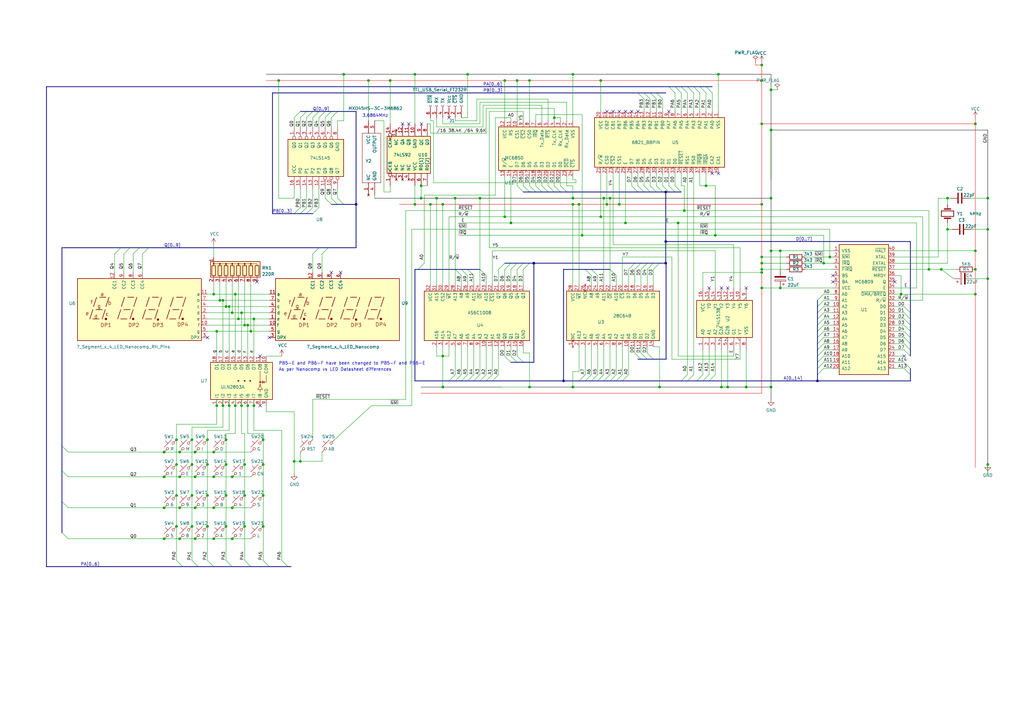
<source format=kicad_sch>
(kicad_sch (version 20211123) (generator eeschema)
  (paper "A3")
  (title_block (title "Nanocomp 6809 (Wireless World July 1981)") (date "2022-11-01") (rev "2.00") (company "Breadboarding Labs"))
  (junction (at 181.61 83.82))
  (junction (at 91.44 166.37))
  (junction (at 273.05 78.74))
  (junction (at 99.06 128.27))
  (junction (at 254 83.82))
  (junction (at 312.42 107.95))
  (junction (at 170.18 30.48))
  (junction (at 85.09 203.2))
  (junction (at 104.14 166.37))
  (junction (at 381 110.49))
  (junction (at 107.95 215.9))
  (junction (at 234.95 30.48))
  (junction (at 88.9 135.89))
  (junction (at 405.13 81.28))
  (junction (at 218.9165 107.95))
  (junction (at 73.66 208.28))
  (junction (at 405.13 94.0739))
  (junction (at 92.71 215.9))
  (junction (at 212.09 33.02))
  (junction (at 95.25 208.28))
  (junction (at 320.04 102.87))
  (junction (at 400.05 110.49))
  (junction (at 217.17 33.02))
  (junction (at 73.66 185.42))
  (junction (at 172.72 81.28))
  (junction (at 99.06 166.37))
  (junction (at 256.54 91.44))
  (junction (at 140.97 30.48))
  (junction (at 218.9474 107.95))
  (junction (at 151.13 33.02))
  (junction (at 248.92 83.82))
  (junction (at 278.13 91.44))
  (junction (at 78.74 215.9))
  (junction (at 72.39 190.5))
  (junction (at 67.31 220.98))
  (junction (at 107.95 203.2))
  (junction (at 92.71 125.73))
  (junction (at 270.51 158.75))
  (junction (at 316.23 158.75))
  (junction (at 312.42 50.8))
  (junction (at 181.61 158.75))
  (junction (at 316.23 102.87))
  (junction (at 72.39 203.2))
  (junction (at 78.74 190.5))
  (junction (at 78.74 180.34))
  (junction (at 250.19 81.28))
  (junction (at 400.05 50.8))
  (junction (at 295.91 158.75))
  (junction (at 306.07 158.75))
  (junction (at 100.33 215.9))
  (junction (at 388.62 94.0739))
  (junction (at 67.31 195.58))
  (junction (at 207.01 33.02))
  (junction (at 95.25 128.27))
  (junction (at 293.37 96.52))
  (junction (at 73.66 195.58))
  (junction (at 85.09 180.34))
  (junction (at 289.56 76.2))
  (junction (at 181.61 146.05))
  (junction (at 316.23 81.28))
  (junction (at 400.05 120.65))
  (junction (at 170.18 83.82))
  (junction (at 186.69 81.28))
  (junction (at 386.08 110.49))
  (junction (at 273.05 107.95))
  (junction (at 67.31 208.28))
  (junction (at 92.71 180.34))
  (junction (at 312.42 105.41))
  (junction (at 80.01 185.42))
  (junction (at 388.62 81.28))
  (junction (at 72.39 215.9))
  (junction (at 209.55 91.44))
  (junction (at 93.98 125.73))
  (junction (at 146.05 83.82))
  (junction (at 85.09 190.5))
  (junction (at 227.33 48.26))
  (junction (at 400.05 102.87))
  (junction (at 85.09 215.9))
  (junction (at 312.42 26.67))
  (junction (at 280.67 86.36))
  (junction (at 102.87 135.89))
  (junction (at 87.63 195.58))
  (junction (at 97.79 130.81))
  (junction (at 369.57 120.65))
  (junction (at 87.63 185.42))
  (junction (at 100.33 203.2))
  (junction (at 95.25 195.58))
  (junction (at 176.53 83.82))
  (junction (at 72.39 180.34))
  (junction (at 80.01 220.98))
  (junction (at 93.98 166.37))
  (junction (at 104.14 130.81))
  (junction (at 340.36 105.41))
  (junction (at 405.13 190.5))
  (junction (at 78.74 203.2))
  (junction (at 87.63 220.98))
  (junction (at 337.82 107.95))
  (junction (at 191.77 30.48))
  (junction (at 196.85 81.28))
  (junction (at 160.02 33.02))
  (junction (at 101.6 133.35))
  (junction (at 316.23 53.34))
  (junction (at 234.95 158.75))
  (junction (at 234.95 81.28))
  (junction (at 405.13 114.3))
  (junction (at 217.17 158.75))
  (junction (at 246.38 88.9))
  (junction (at 273.05 99.06))
  (junction (at 92.71 190.5))
  (junction (at 316.23 36.83))
  (junction (at 123.19 189.23))
  (junction (at 246.38 33.02))
  (junction (at 172.72 76.2))
  (junction (at 298.45 158.75))
  (junction (at 95.25 220.98))
  (junction (at 237.49 83.82))
  (junction (at 231.14 156.21))
  (junction (at 96.52 120.65))
  (junction (at 107.95 190.5))
  (junction (at 96.52 166.37))
  (junction (at 88.9 166.37))
  (junction (at 80.01 195.58))
  (junction (at 87.63 208.28))
  (junction (at 312.42 110.49))
  (junction (at 100.33 133.35))
  (junction (at 67.31 185.42))
  (junction (at 312.42 33.02))
  (junction (at 120.65 189.23))
  (junction (at 92.71 203.2))
  (junction (at 207.01 88.9))
  (junction (at 80.01 208.28))
  (junction (at 320.04 118.11))
  (junction (at 247.65 81.28))
  (junction (at 312.42 118.11))
  (junction (at 100.33 190.5))
  (junction (at 234.95 83.82))
  (junction (at 335.28 156.21))
  (junction (at 101.6 166.37))
  (junction (at 238.76 96.52))
  (junction (at 312.42 83.82))
  (junction (at 87.63 120.65))
  (junction (at 107.95 180.34))
  (junction (at 91.44 123.19))
  (junction (at 312.42 111.76))
  (junction (at 179.07 81.28))
  (junction (at 114.3 33.02))
  (junction (at 294.64 30.48))
  (junction (at 90.17 123.19))
  (junction (at 73.66 220.98))
  (no_connect (at 105.41 115.57))
  (no_connect (at 139.7 111.76))
  (no_connect (at 341.63 115.57))
  (no_connect (at 341.63 113.03))
  (no_connect (at 295.91 118.11))
  (no_connect (at 290.83 118.11))
  (no_connect (at 306.07 118.11))
  (no_connect (at 298.45 118.11))
  (no_connect (at 248.92 45.72))
  (no_connect (at 251.46 45.72))
  (no_connect (at 254 45.72))
  (no_connect (at 259.08 45.72))
  (no_connect (at 256.54 45.72))
  (no_connect (at 261.62 45.72))
  (no_connect (at 274.32 45.72))
  (no_connect (at 294.64 71.12))
  (no_connect (at 292.1 71.12))
  (no_connect (at 370.84 146.05))
  (no_connect (at 106.68 166.37))
  (no_connect (at 110.49 138.43))
  (no_connect (at 184.15 48.26))
  (no_connect (at 135.89 111.76))
  (no_connect (at 367.03 115.57))
  (no_connect (at 106.68 146.05))
  (no_connect (at 165.1 50.8))
  (no_connect (at 167.64 50.8))
  (no_connect (at 172.86 50.8))
  (no_connect (at 85.09 138.43))
  (bus_entry (at 25.4 218.44) (size 2.54 2.54))
  (bus_entry (at 25.4 182.88) (size 2.54 2.54))
  (bus_entry (at 25.4 193.04) (size 2.54 2.54))
  (bus_entry (at 25.4 205.74) (size 2.54 2.54))
  (bus_entry (at 81.28 232.41) (size -2.54 -2.54))
  (bus_entry (at 133.35 81.28) (size 2.54 2.54))
  (bus_entry (at 135.89 81.28) (size 2.54 2.54))
  (bus_entry (at 138.43 81.28) (size 2.54 2.54))
  (bus_entry (at 370.84 135.89) (size 2.54 2.54))
  (bus_entry (at 217.17 76.2) (size 2.54 2.54))
  (bus_entry (at 370.84 128.27) (size 2.54 2.54))
  (bus_entry (at 292.1 38.1) (size -2.54 -2.54))
  (bus_entry (at 289.56 38.1) (size -2.54 -2.54))
  (bus_entry (at 287.02 38.1) (size -2.54 -2.54))
  (bus_entry (at 284.48 38.1) (size -2.54 -2.54))
  (bus_entry (at 281.94 38.1) (size -2.54 -2.54))
  (bus_entry (at 279.4 38.1) (size -2.54 -2.54))
  (bus_entry (at 276.86 38.1) (size -2.54 -2.54))
  (bus_entry (at 335.28 133.35) (size 2.54 -2.54))
  (bus_entry (at 335.28 128.27) (size 2.54 -2.54))
  (bus_entry (at 95.25 232.41) (size -2.54 -2.54))
  (bus_entry (at 288.29 156.21) (size 2.54 -2.54))
  (bus_entry (at 285.75 156.21) (size 2.54 -2.54))
  (bus_entry (at 212.09 76.2) (size 2.54 2.54))
  (bus_entry (at 370.84 130.81) (size 2.54 2.54))
  (bus_entry (at 335.28 140.97) (size 2.54 -2.54))
  (bus_entry (at 224.79 76.2) (size 2.54 2.54))
  (bus_entry (at 173.99 107.95) (size -2.54 2.54))
  (bus_entry (at 194.31 113.03) (size -2.54 -2.54))
  (bus_entry (at 118.11 232.41) (size -2.54 -2.54))
  (bus_entry (at 335.28 151.13) (size 2.54 -2.54))
  (bus_entry (at 370.84 143.51) (size 2.54 2.54))
  (bus_entry (at 281.94 156.21) (size 2.54 -2.54))
  (bus_entry (at 128.27 87.63) (size 2.54 -2.54))
  (bus_entry (at 370.84 138.43) (size 2.54 2.54))
  (bus_entry (at 219.71 76.2) (size 2.54 2.54))
  (bus_entry (at 74.93 232.41) (size -2.54 -2.54))
  (bus_entry (at 199.39 113.03) (size -2.54 -2.54))
  (bus_entry (at 222.25 76.2) (size 2.54 2.54))
  (bus_entry (at 191.77 113.03) (size -2.54 -2.54))
  (bus_entry (at 264.16 40.64) (size -2.54 -2.54))
  (bus_entry (at 266.7 40.64) (size -2.54 -2.54))
  (bus_entry (at 269.24 40.64) (size -2.54 -2.54))
  (bus_entry (at 271.78 40.64) (size -2.54 -2.54))
  (bus_entry (at 335.28 146.05) (size 2.54 -2.54))
  (bus_entry (at 189.23 113.03) (size -2.54 -2.54))
  (bus_entry (at 46.99 104.14) (size 2.54 -2.54))
  (bus_entry (at 58.42 104.14) (size 2.54 -2.54))
  (bus_entry (at 50.8 104.14) (size 2.54 -2.54))
  (bus_entry (at 54.61 104.14) (size 2.54 -2.54))
  (bus_entry (at 128.27 104.14) (size 2.54 -2.54))
  (bus_entry (at 132.08 104.14) (size 2.54 -2.54))
  (bus_entry (at 335.28 138.43) (size 2.54 -2.54))
  (bus_entry (at 370.84 148.59) (size 2.54 2.54))
  (bus_entry (at 370.84 151.13) (size 2.54 2.54))
  (bus_entry (at 87.63 232.41) (size -2.54 -2.54))
  (bus_entry (at 370.84 133.35) (size 2.54 2.54))
  (bus_entry (at 257.81 153.67) (size -2.54 2.54))
  (bus_entry (at 125.73 87.63) (size 2.54 -2.54))
  (bus_entry (at 335.28 135.89) (size 2.54 -2.54))
  (bus_entry (at 120.65 48.26) (size 2.54 -2.54))
  (bus_entry (at 123.19 48.26) (size 2.54 -2.54))
  (bus_entry (at 135.89 48.26) (size 2.54 -2.54))
  (bus_entry (at 133.35 48.26) (size 2.54 -2.54))
  (bus_entry (at 125.73 48.26) (size 2.54 -2.54))
  (bus_entry (at 128.27 48.26) (size 2.54 -2.54))
  (bus_entry (at 130.81 48.26) (size 2.54 -2.54))
  (bus_entry (at 242.57 110.49) (size 2.54 2.54))
  (bus_entry (at 250.19 110.49) (size 2.54 2.54))
  (bus_entry (at 240.03 110.49) (size 2.54 2.54))
  (bus_entry (at 120.65 87.63) (size 2.54 -2.54))
  (bus_entry (at 204.47 110.49) (size 2.54 -2.54))
  (bus_entry (at 207.01 110.49) (size 2.54 -2.54))
  (bus_entry (at 214.63 110.49) (size 2.54 -2.54))
  (bus_entry (at 209.55 110.49) (size 2.54 -2.54))
  (bus_entry (at 212.09 110.49) (size 2.54 -2.54))
  (bus_entry (at 194.31 153.67) (size -2.54 2.54))
  (bus_entry (at 191.77 153.67) (size -2.54 2.54))
  (bus_entry (at 189.23 153.67) (size -2.54 2.54))
  (bus_entry (at 186.69 153.67) (size -2.54 2.54))
  (bus_entry (at 199.39 153.67) (size -2.54 2.54))
  (bus_entry (at 196.85 153.67) (size -2.54 2.54))
  (bus_entry (at 201.93 153.67) (size -2.54 2.54))
  (bus_entry (at 214.63 148.59) (size -2.54 -2.54))
  (bus_entry (at 209.55 148.59) (size -2.54 -2.54))
  (bus_entry (at 212.09 148.59) (size -2.54 -2.54))
  (bus_entry (at 335.28 130.81) (size 2.54 -2.54))
  (bus_entry (at 262.89 110.49) (size 2.54 -2.54))
  (bus_entry (at 257.81 110.49) (size 2.54 -2.54))
  (bus_entry (at 260.35 110.49) (size 2.54 -2.54))
  (bus_entry (at 265.43 110.49) (size 2.54 -2.54))
  (bus_entry (at 267.97 110.49) (size 2.54 -2.54))
  (bus_entry (at 370.84 125.73) (size 2.54 2.54))
  (bus_entry (at 102.87 232.41) (size -2.54 -2.54))
  (bus_entry (at 123.19 87.63) (size 2.54 -2.54))
  (bus_entry (at 110.49 232.41) (size -2.54 -2.54))
  (bus_entry (at 335.28 153.67) (size 2.54 -2.54))
  (bus_entry (at 370.84 140.97) (size 2.54 2.54))
  (bus_entry (at 214.63 76.2) (size 2.54 2.54))
  (bus_entry (at 229.87 76.2) (size 2.54 2.54))
  (bus_entry (at 335.28 123.19) (size 2.54 -2.54))
  (bus_entry (at 335.28 125.73) (size 2.54 -2.54))
  (bus_entry (at 204.47 153.67) (size -2.54 2.54))
  (bus_entry (at 279.4 156.21) (size 2.54 -2.54))
  (bus_entry (at 290.83 156.21) (size 2.54 -2.54))
  (bus_entry (at 245.11 156.21) (size 2.54 -2.54))
  (bus_entry (at 242.57 156.21) (size 2.54 -2.54))
  (bus_entry (at 240.03 156.21) (size 2.54 -2.54))
  (bus_entry (at 247.65 156.21) (size 2.54 -2.54))
  (bus_entry (at 265.43 147.32) (size -2.54 -2.54))
  (bus_entry (at 252.73 156.21) (size 2.54 -2.54))
  (bus_entry (at 250.19 156.21) (size 2.54 -2.54))
  (bus_entry (at 262.89 147.32) (size -2.54 -2.54))
  (bus_entry (at 237.49 156.21) (size 2.54 -2.54))
  (bus_entry (at 267.97 147.32) (size -2.54 -2.54))
  (bus_entry (at 335.28 148.59) (size 2.54 -2.54))
  (bus_entry (at 335.28 143.51) (size 2.54 -2.54))
  (bus_entry (at 227.33 76.2) (size 2.54 2.54))
  (bus_entry (at 276.86 76.2) (size 2.54 2.54))
  (bus_entry (at 271.78 76.2) (size 2.54 2.54))
  (bus_entry (at 274.32 76.2) (size 2.54 2.54))
  (bus_entry (at 269.24 76.2) (size 2.54 2.54))
  (bus_entry (at 266.7 76.2) (size 2.54 2.54))
  (bus_entry (at 264.16 76.2) (size 2.54 2.54))
  (bus_entry (at 261.62 76.2) (size 2.54 2.54))
  (bus_entry (at 259.08 76.2) (size 2.54 2.54))
  (bus (pts (xy 262.89 107.95) (xy 265.43 107.95)))
  (wire (pts (xy 181.61 142.24) (xy 181.61 146.05)))
  (wire (pts (xy 254 71.12) (xy 254 83.82)))
  (wire (pts (xy 186.69 110.49) (xy 186.69 81.28)))
  (wire (pts (xy 222.25 72.39) (xy 222.25 76.2)))
  (wire (pts (xy 99.06 163.83) (xy 99.06 166.37)))
  (wire (pts (xy 400.05 110.49) (xy 400.05 120.65)) (stroke (width 0) (color 255 0 0 1)))
  (wire (pts (xy 312.42 111.76) (xy 312.42 118.11)) (stroke (width 0) (color 255 0 0 1)))
  (wire (pts (xy 270.51 142.24) (xy 270.51 158.75)))
  (wire (pts (xy 123.19 52.07) (xy 123.19 48.26)))
  (bus (pts (xy 242.57 110.49) (xy 250.19 110.49)))
  (bus (pts (xy 335.28 153.67) (xy 335.28 156.21)))
  (wire (pts (xy 316.23 158.75) (xy 316.23 163.83)) (stroke (width 0) (color 0 0 0 1)))
  (bus (pts (xy 120.65 87.63) (xy 123.19 87.63)))
  (wire (pts (xy 135.89 81.28) (xy 135.89 77.47)))
  (wire (pts (xy 295.91 158.75) (xy 298.45 158.75)) (stroke (width 0) (color 0 0 0 1)))
  (bus (pts (xy 335.28 143.51) (xy 335.28 146.05)))
  (bus (pts (xy 135.89 83.82) (xy 138.43 83.82)))
  (bus (pts (xy 269.24 38.1) (xy 266.7 38.1)))
  (wire (pts (xy 179.07 146.05) (xy 181.61 146.05)))
  (wire (pts (xy 181.61 158.75) (xy 205.74 158.75)) (stroke (width 0) (color 0 0 0 1)))
  (wire (pts (xy 312.42 33.02) (xy 312.42 50.8)) (stroke (width 0) (color 255 0 0 1)))
  (wire (pts (xy 168.91 166.37) (xy 152.4 166.37)))
  (wire (pts (xy 54.61 104.14) (xy 54.61 111.76)))
  (wire (pts (xy 255.27 142.24) (xy 255.27 153.67)))
  (wire (pts (xy 246.38 88.9) (xy 378.46 88.9)))
  (bus (pts (xy 245.11 156.21) (xy 247.65 156.21)))
  (bus (pts (xy 373.38 153.67) (xy 373.38 156.21)))
  (wire (pts (xy 132.08 185.42) (xy 132.08 189.23)))
  (wire (pts (xy 152.4 166.37) (xy 137.16 180.34)))
  (wire (pts (xy 102.87 115.57) (xy 102.87 135.89)))
  (wire (pts (xy 234.95 76.2) (xy 234.95 81.28)))
  (wire (pts (xy 100.33 177.8) (xy 100.33 190.5)))
  (wire (pts (xy 92.71 203.2) (xy 92.71 215.9)))
  (wire (pts (xy 72.39 173.99) (xy 88.9 173.99)))
  (wire (pts (xy 284.48 71.12) (xy 284.48 153.67)))
  (wire (pts (xy 367.03 105.41) (xy 384.81 105.41)))
  (bus (pts (xy 335.28 138.43) (xy 335.28 140.97)))
  (wire (pts (xy 138.43 81.28) (xy 138.43 77.47)))
  (wire (pts (xy 341.63 125.73) (xy 337.82 125.73)))
  (bus (pts (xy 266.7 78.74) (xy 269.24 78.74)))
  (wire (pts (xy 96.52 163.83) (xy 96.52 166.37)))
  (wire (pts (xy 172.72 76.2) (xy 172.72 81.28)))
  (wire (pts (xy 187.96 96.52) (xy 238.76 96.52)))
  (wire (pts (xy 88.9 146.05) (xy 88.9 135.89)))
  (wire (pts (xy 276.86 38.1) (xy 276.86 45.72)))
  (bus (pts (xy 273.1901 107.95) (xy 273.1901 147.32)))
  (bus (pts (xy 212.09 107.95) (xy 214.63 107.95)))
  (wire (pts (xy 96.52 166.37) (xy 96.52 177.8)))
  (wire (pts (xy 287.02 38.1) (xy 287.02 45.72)))
  (wire (pts (xy 179.07 48.26) (xy 179.07 52.07)))
  (wire (pts (xy 341.63 130.81) (xy 337.82 130.81)))
  (wire (pts (xy 207.01 33.02) (xy 212.09 33.02)) (stroke (width 0) (color 255 0 0 1)))
  (bus (pts (xy 111.76 38.1) (xy 111.76 87.63)))
  (wire (pts (xy 128.27 77.47) (xy 128.27 85.09)))
  (wire (pts (xy 172.72 161.29) (xy 312.42 161.29)) (stroke (width 0) (color 255 0 0 1)))
  (wire (pts (xy 46.99 104.14) (xy 46.99 111.76)))
  (bus (pts (xy 287.02 35.56) (xy 284.48 35.56)))
  (wire (pts (xy 92.71 190.5) (xy 92.71 203.2)))
  (wire (pts (xy 316.23 53.34) (xy 316.23 81.28)) (stroke (width 0) (color 0 0 0 1)))
  (wire (pts (xy 120.65 52.07) (xy 120.65 48.26)))
  (wire (pts (xy 341.63 143.51) (xy 337.82 143.51)))
  (bus (pts (xy 218.9474 107.95) (xy 260.35 107.95)))
  (wire (pts (xy 93.98 146.05) (xy 93.98 125.73)))
  (wire (pts (xy 100.33 190.5) (xy 100.33 203.2)))
  (bus (pts (xy 194.31 156.21) (xy 196.85 156.21)))
  (wire (pts (xy 224.79 72.39) (xy 224.79 76.2)))
  (wire (pts (xy 280.67 76.2) (xy 280.67 86.36)))
  (wire (pts (xy 245.11 113.03) (xy 245.11 116.84)))
  (wire (pts (xy 186.69 49.53) (xy 195.58 49.53)))
  (bus (pts (xy 264.16 78.74) (xy 266.7 78.74)))
  (wire (pts (xy 266.7 71.12) (xy 266.7 76.2)))
  (wire (pts (xy 160.02 33.02) (xy 207.01 33.02)) (stroke (width 0) (color 255 0 0 1)))
  (bus (pts (xy 189.23 110.49) (xy 186.69 110.49)))
  (wire (pts (xy 367.03 107.95) (xy 388.62 107.95)))
  (wire (pts (xy 175.26 50.8) (xy 176.53 50.8)))
  (bus (pts (xy 25.4 193.04) (xy 25.4 205.74)))
  (wire (pts (xy 196.85 41.91) (xy 232.41 41.91)))
  (wire (pts (xy 236.22 73.66) (xy 236.22 74.93)))
  (wire (pts (xy 80.01 208.28) (xy 87.63 208.28)))
  (wire (pts (xy 92.71 215.9) (xy 92.71 229.87)))
  (wire (pts (xy 114.3 33.02) (xy 151.13 33.02)) (stroke (width 0) (color 255 0 0 1)))
  (wire (pts (xy 270.51 142.24) (xy 267.97 142.24)))
  (bus (pts (xy 274.32 78.74) (xy 276.86 78.74)))
  (wire (pts (xy 257.81 110.49) (xy 257.81 116.84)))
  (wire (pts (xy 209.55 91.44) (xy 256.54 91.44)))
  (bus (pts (xy 281.94 35.56) (xy 279.4 35.56)))
  (wire (pts (xy 27.94 185.42) (xy 67.31 185.42)))
  (bus (pts (xy 373.38 135.89) (xy 373.38 138.43)))
  (wire (pts (xy 238.76 46.99) (xy 219.71 46.99)))
  (wire (pts (xy 201.93 102.87) (xy 293.37 102.87)))
  (wire (pts (xy 288.29 143.51) (xy 288.29 153.67)))
  (wire (pts (xy 100.33 133.35) (xy 101.6 133.35)))
  (wire (pts (xy 209.55 48.26) (xy 203.2 48.26)))
  (wire (pts (xy 300.99 146.05) (xy 278.13 146.05)))
  (bus (pts (xy 207.01 107.95) (xy 209.55 107.95)))
  (wire (pts (xy 199.39 142.24) (xy 199.39 153.67)))
  (bus (pts (xy 261.62 147.32) (xy 262.89 147.32)))
  (wire (pts (xy 160.02 78.74) (xy 160.02 76.2)))
  (bus (pts (xy 217.17 107.95) (xy 218.9165 107.95)))
  (bus (pts (xy 335.28 123.19) (xy 335.28 125.73)))
  (wire (pts (xy 132.08 189.23) (xy 123.19 189.23)))
  (wire (pts (xy 274.32 71.12) (xy 274.32 76.2)))
  (bus (pts (xy 255.27 156.21) (xy 279.4 156.21)))
  (wire (pts (xy 133.35 52.07) (xy 133.35 48.26)))
  (wire (pts (xy 341.63 151.13) (xy 337.82 151.13)))
  (wire (pts (xy 153.67 81.28) (xy 172.72 81.28)) (stroke (width 0) (color 0 0 0 1)))
  (wire (pts (xy 204.47 142.24) (xy 204.47 153.67)))
  (wire (pts (xy 95.25 115.57) (xy 95.25 128.27)))
  (bus (pts (xy 218.9474 107.95) (xy 218.9474 148.59)))
  (bus (pts (xy 373.38 128.27) (xy 373.38 99.06)))
  (wire (pts (xy 78.74 229.87) (xy 78.74 215.9)))
  (wire (pts (xy 330.2 105.41) (xy 340.36 105.41)))
  (wire (pts (xy 91.44 146.05) (xy 91.44 123.19)))
  (wire (pts (xy 104.14 130.81) (xy 110.49 130.81)))
  (wire (pts (xy 214.63 45.72) (xy 200.66 45.72)))
  (wire (pts (xy 280.67 86.36) (xy 381 86.36)))
  (wire (pts (xy 367.03 138.43) (xy 370.84 138.43)))
  (bus (pts (xy 49.53 101.6) (xy 53.34 101.6)))
  (bus (pts (xy 260.35 107.95) (xy 262.89 107.95)))
  (wire (pts (xy 157.48 78.74) (xy 160.02 78.74)))
  (wire (pts (xy 306.07 143.51) (xy 306.07 158.75)))
  (bus (pts (xy 170.18 156.21) (xy 184.15 156.21)))
  (wire (pts (xy 400.05 50.8) (xy 400.05 102.87)) (stroke (width 0) (color 255 0 0 1)))
  (wire (pts (xy 151.13 49.53) (xy 151.13 33.02)))
  (wire (pts (xy 173.99 80.01) (xy 173.99 107.95)))
  (wire (pts (xy 312.42 50.8) (xy 400.05 50.8)) (stroke (width 0) (color 255 0 0 1)))
  (wire (pts (xy 85.09 190.5) (xy 85.09 203.2)))
  (wire (pts (xy 312.42 110.49) (xy 312.42 111.76)) (stroke (width 0) (color 255 0 0 1)))
  (wire (pts (xy 341.63 135.89) (xy 337.82 135.89)))
  (wire (pts (xy 166.37 86.36) (xy 280.67 86.36)))
  (wire (pts (xy 341.63 110.49) (xy 330.2 110.49)))
  (bus (pts (xy 264.16 38.1) (xy 261.62 38.1)))
  (wire (pts (xy 176.53 49.53) (xy 176.53 48.26)))
  (bus (pts (xy 276.86 78.74) (xy 279.4 78.74)))
  (wire (pts (xy 72.39 190.5) (xy 72.39 180.34)))
  (wire (pts (xy 184.15 88.9) (xy 184.15 116.84)))
  (wire (pts (xy 179.07 81.28) (xy 179.07 116.84)))
  (wire (pts (xy 80.01 220.98) (xy 87.63 220.98)))
  (wire (pts (xy 367.03 143.51) (xy 370.84 143.51)))
  (wire (pts (xy 279.4 71.12) (xy 279.4 76.2)))
  (wire (pts (xy 78.74 215.9) (xy 78.74 203.2)))
  (wire (pts (xy 293.37 143.51) (xy 293.37 153.67)))
  (wire (pts (xy 97.79 130.81) (xy 104.14 130.81)))
  (wire (pts (xy 184.15 146.05) (xy 181.61 146.05)))
  (wire (pts (xy 120.65 81.28) (xy 114.3 81.28)))
  (wire (pts (xy 254 83.82) (xy 312.42 83.82)) (stroke (width 0) (color 255 0 0 1)))
  (wire (pts (xy 85.09 133.35) (xy 100.33 133.35)))
  (wire (pts (xy 234.95 81.28) (xy 247.65 81.28)) (stroke (width 0) (color 0 0 0 1)))
  (wire (pts (xy 367.03 130.81) (xy 370.84 130.81)))
  (bus (pts (xy 209.55 148.59) (xy 212.09 148.59)))
  (bus (pts (xy 146.05 45.72) (xy 146.05 83.82)))
  (bus (pts (xy 135.89 45.72) (xy 138.43 45.72)))
  (wire (pts (xy 316.23 53.34) (xy 316.23 73.66)))
  (wire (pts (xy 234.95 49.53) (xy 234.95 30.48)))
  (bus (pts (xy 288.29 156.21) (xy 290.83 156.21)))
  (bus (pts (xy 81.28 232.41) (xy 87.63 232.41)))
  (wire (pts (xy 209.55 110.49) (xy 209.55 116.84)))
  (bus (pts (xy 335.28 151.13) (xy 335.28 153.67)))
  (wire (pts (xy 179.07 142.24) (xy 179.07 146.05)))
  (bus (pts (xy 373.38 151.13) (xy 373.38 153.67)))
  (wire (pts (xy 293.37 102.87) (xy 293.37 118.11)))
  (bus (pts (xy 335.28 125.73) (xy 335.28 128.27)))
  (wire (pts (xy 133.35 81.28) (xy 133.35 77.47)))
  (wire (pts (xy 227.33 48.26) (xy 227.33 44.45)))
  (bus (pts (xy 240.03 156.21) (xy 242.57 156.21)))
  (wire (pts (xy 262.89 142.24) (xy 262.89 144.78)))
  (wire (pts (xy 398.78 114.3) (xy 405.13 114.3)))
  (bus (pts (xy 214.63 107.95) (xy 217.17 107.95)))
  (wire (pts (xy 278.13 91.44) (xy 278.13 146.05)))
  (wire (pts (xy 229.87 49.53) (xy 229.87 48.26)))
  (wire (pts (xy 177.8 49.53) (xy 177.8 74.93)))
  (wire (pts (xy 398.214 94.0739) (xy 405.13 94.0739)))
  (wire (pts (xy 151.13 33.02) (xy 160.02 33.02)) (stroke (width 0) (color 255 0 0 1)))
  (bus (pts (xy 201.93 156.21) (xy 231.14 156.21)))
  (wire (pts (xy 316.23 53.34) (xy 405.13 53.34)) (stroke (width 0) (color 0 0 0 1)))
  (wire (pts (xy 91.44 123.19) (xy 110.49 123.19)))
  (bus (pts (xy 214.63 78.74) (xy 217.17 78.74)))
  (wire (pts (xy 205.74 158.75) (xy 217.17 158.75)))
  (wire (pts (xy 265.43 142.24) (xy 265.43 144.78)))
  (wire (pts (xy 204.47 110.49) (xy 204.47 116.84)))
  (bus (pts (xy 196.85 110.49) (xy 191.77 110.49)))
  (wire (pts (xy 96.52 146.05) (xy 96.52 120.65)))
  (wire (pts (xy 120.65 81.28) (xy 120.65 77.47)))
  (wire (pts (xy 300.99 143.51) (xy 300.99 146.05)))
  (wire (pts (xy 238.76 96.52) (xy 238.76 46.99)))
  (wire (pts (xy 203.2 48.26) (xy 203.2 80.01)))
  (wire (pts (xy 212.09 33.02) (xy 217.17 33.02)) (stroke (width 0) (color 255 0 0 1)))
  (wire (pts (xy 125.73 52.07) (xy 125.73 48.26)))
  (wire (pts (xy 170.18 83.82) (xy 176.53 83.82)) (stroke (width 0) (color 255 0 0 1)))
  (wire (pts (xy 200.66 45.72) (xy 200.66 101.6)))
  (wire (pts (xy 237.49 83.82) (xy 237.49 116.84)))
  (wire (pts (xy 212.09 110.49) (xy 212.09 116.84)))
  (wire (pts (xy 367.03 120.65) (xy 369.57 120.65)))
  (bus (pts (xy 231.14 110.49) (xy 240.03 110.49)))
  (bus (pts (xy 128.27 45.72) (xy 130.81 45.72)))
  (bus (pts (xy 133.35 45.72) (xy 135.89 45.72)))
  (wire (pts (xy 130.81 77.47) (xy 130.81 85.09)))
  (wire (pts (xy 275.59 105.41) (xy 255.27 105.41)))
  (wire (pts (xy 181.61 83.82) (xy 181.61 116.84)))
  (wire (pts (xy 316.23 81.28) (xy 316.23 102.87)) (stroke (width 0) (color 0 0 0 1)))
  (wire (pts (xy 195.58 40.64) (xy 195.58 49.53)))
  (wire (pts (xy 316.23 102.87) (xy 316.23 158.75)) (stroke (width 0) (color 0 0 0 1)))
  (wire (pts (xy 175.26 76.2) (xy 172.72 76.2)))
  (wire (pts (xy 78.74 180.34) (xy 78.74 175.26)))
  (wire (pts (xy 80.01 185.42) (xy 87.63 185.42)))
  (wire (pts (xy 227.33 72.39) (xy 227.33 76.2)))
  (bus (pts (xy 189.23 156.21) (xy 191.77 156.21)))
  (bus (pts (xy 138.43 83.82) (xy 140.97 83.82)))
  (wire (pts (xy 67.31 220.98) (xy 73.66 220.98)))
  (wire (pts (xy 99.06 166.37) (xy 99.06 177.8)))
  (wire (pts (xy 201.93 142.24) (xy 201.93 153.67)))
  (wire (pts (xy 384.81 81.28) (xy 388.62 81.28)))
  (wire (pts (xy 100.33 215.9) (xy 100.33 229.87)))
  (wire (pts (xy 405.13 94.0739) (xy 405.13 114.3)) (stroke (width 0) (color 0 0 0 1)))
  (wire (pts (xy 109.22 30.48) (xy 140.97 30.48)) (stroke (width 0) (color 0 0 0 1)))
  (wire (pts (xy 120.65 189.23) (xy 120.65 194.31)))
  (bus (pts (xy 247.65 156.21) (xy 250.19 156.21)))
  (wire (pts (xy 95.25 220.98) (xy 102.87 220.98)))
  (wire (pts (xy 104.14 130.81) (xy 104.14 146.05)))
  (wire (pts (xy 123.19 185.42) (xy 123.19 189.23)))
  (wire (pts (xy 279.4 76.2) (xy 280.67 76.2)))
  (wire (pts (xy 163.83 83.82) (xy 170.18 83.82)) (stroke (width 0) (color 255 0 0 1)))
  (wire (pts (xy 340.36 93.98) (xy 340.36 105.41)))
  (wire (pts (xy 95.25 195.58) (xy 102.87 195.58)))
  (wire (pts (xy 96.52 120.65) (xy 110.49 120.65)))
  (wire (pts (xy 294.64 45.72) (xy 294.64 30.48)))
  (wire (pts (xy 100.33 203.2) (xy 100.33 215.9)))
  (wire (pts (xy 91.44 166.37) (xy 91.44 175.26)))
  (wire (pts (xy 170.18 30.48) (xy 191.77 30.48)) (stroke (width 0) (color 0 0 0 1)))
  (wire (pts (xy 388.62 94.0739) (xy 388.62 107.95)))
  (wire (pts (xy 214.63 142.24) (xy 214.63 144.78)))
  (bus (pts (xy 252.73 156.21) (xy 255.27 156.21)))
  (wire (pts (xy 181.61 50.8) (xy 196.85 50.8)))
  (wire (pts (xy 85.09 180.34) (xy 85.09 176.53)))
  (wire (pts (xy 179.07 81.28) (xy 186.69 81.28)) (stroke (width 0) (color 0 0 0 1)))
  (bus (pts (xy 25.4 182.88) (xy 25.4 193.04)))
  (wire (pts (xy 316.23 36.83) (xy 316.23 53.34)) (stroke (width 0) (color 0 0 0 1)))
  (wire (pts (xy 168.91 93.98) (xy 168.91 166.37)))
  (wire (pts (xy 217.17 158.75) (xy 234.95 158.75)) (stroke (width 0) (color 0 0 0 1)))
  (wire (pts (xy 260.35 110.49) (xy 260.35 116.84)))
  (bus (pts (xy 289.56 35.56) (xy 292.1 35.56)))
  (wire (pts (xy 92.71 177.8) (xy 92.71 180.34)))
  (wire (pts (xy 85.09 125.73) (xy 92.71 125.73)))
  (bus (pts (xy 373.38 99.06) (xy 273.05 99.06)))
  (wire (pts (xy 367.03 140.97) (xy 370.84 140.97)))
  (wire (pts (xy 275.59 147.32) (xy 303.53 147.32)))
  (bus (pts (xy 102.87 232.41) (xy 110.49 232.41)))
  (bus (pts (xy 250.19 156.21) (xy 252.73 156.21)))
  (wire (pts (xy 222.25 43.18) (xy 198.12 43.18)))
  (wire (pts (xy 125.73 77.47) (xy 125.73 85.09)))
  (wire (pts (xy 271.78 71.12) (xy 271.78 76.2)))
  (wire (pts (xy 107.95 180.34) (xy 107.95 177.8)))
  (wire (pts (xy 232.41 76.2) (xy 234.95 76.2)))
  (bus (pts (xy 265.43 107.95) (xy 267.97 107.95)))
  (wire (pts (xy 170.18 76.2) (xy 170.18 83.82)))
  (wire (pts (xy 316.23 30.48) (xy 316.23 36.83)) (stroke (width 0) (color 0 0 0 1)))
  (bus (pts (xy 335.28 148.59) (xy 335.28 151.13)))
  (wire (pts (xy 270.51 158.75) (xy 295.91 158.75)) (stroke (width 0) (color 0 0 0 1)))
  (wire (pts (xy 312.42 118.11) (xy 312.42 161.29)) (stroke (width 0) (color 255 0 0 1)))
  (wire (pts (xy 50.8 104.14) (xy 50.8 111.76)))
  (wire (pts (xy 234.95 72.39) (xy 234.95 73.66)))
  (wire (pts (xy 337.82 107.95) (xy 341.63 107.95)))
  (bus (pts (xy 232.41 78.74) (xy 261.62 78.74)))
  (bus (pts (xy 184.15 156.21) (xy 186.69 156.21)))
  (bus (pts (xy 289.56 35.56) (xy 287.02 35.56)))
  (wire (pts (xy 392.43 110.49) (xy 386.08 110.49)))
  (wire (pts (xy 367.03 125.73) (xy 370.84 125.73)))
  (wire (pts (xy 95.25 208.28) (xy 102.87 208.28)))
  (wire (pts (xy 107.95 229.87) (xy 107.95 215.9)))
  (wire (pts (xy 337.82 146.05) (xy 341.63 146.05)))
  (wire (pts (xy 91.44 163.83) (xy 91.44 166.37)))
  (bus (pts (xy 95.25 232.41) (xy 102.87 232.41)))
  (wire (pts (xy 123.19 77.47) (xy 123.19 85.09)))
  (bus (pts (xy 273.05 99.06) (xy 273.05 78.74)))
  (wire (pts (xy 191.77 142.24) (xy 191.77 153.67)))
  (bus (pts (xy 279.4 35.56) (xy 276.86 35.56)))
  (wire (pts (xy 275.59 147.32) (xy 275.59 105.41)))
  (wire (pts (xy 298.45 143.51) (xy 298.45 158.75)))
  (wire (pts (xy 78.74 175.26) (xy 91.44 175.26)))
  (wire (pts (xy 72.39 215.9) (xy 72.39 229.87)))
  (wire (pts (xy 72.39 215.9) (xy 72.39 203.2)))
  (bus (pts (xy 237.49 156.21) (xy 240.03 156.21)))
  (wire (pts (xy 252.73 142.24) (xy 252.73 153.67)))
  (wire (pts (xy 224.79 49.53) (xy 224.79 40.64)))
  (wire (pts (xy 281.94 38.1) (xy 281.94 45.72)))
  (wire (pts (xy 293.37 96.52) (xy 337.82 96.52)))
  (bus (pts (xy 146.05 83.82) (xy 146.05 101.6)))
  (wire (pts (xy 101.6 133.35) (xy 110.49 133.35)))
  (wire (pts (xy 259.08 71.12) (xy 259.08 76.2)))
  (wire (pts (xy 267.97 110.49) (xy 267.97 116.84)))
  (wire (pts (xy 309.88 26.67) (xy 312.42 26.67)) (stroke (width 0) (color 255 0 0 1)))
  (wire (pts (xy 109.22 166.37) (xy 109.22 168.91)))
  (bus (pts (xy 134.62 101.6) (xy 146.05 101.6)))
  (wire (pts (xy 107.95 190.5) (xy 107.95 180.34)))
  (wire (pts (xy 176.53 83.82) (xy 181.61 83.82)) (stroke (width 0) (color 255 0 0 1)))
  (wire (pts (xy 107.95 215.9) (xy 107.95 203.2)))
  (wire (pts (xy 367.03 118.11) (xy 375.92 118.11)))
  (bus (pts (xy 186.69 156.21) (xy 189.23 156.21)))
  (wire (pts (xy 92.71 125.73) (xy 93.98 125.73)))
  (wire (pts (xy 247.65 81.28) (xy 250.19 81.28)) (stroke (width 0) (color 0 0 0 1)))
  (wire (pts (xy 337.82 107.95) (xy 337.82 96.52)))
  (wire (pts (xy 237.49 142.24) (xy 237.49 152.4)))
  (wire (pts (xy 196.85 41.91) (xy 196.85 50.8)))
  (wire (pts (xy 222.25 49.53) (xy 222.25 43.18)))
  (bus (pts (xy 373.38 140.97) (xy 373.38 143.51)))
  (wire (pts (xy 92.71 180.34) (xy 92.71 190.5)))
  (wire (pts (xy 405.13 81.28) (xy 405.13 94.0739)) (stroke (width 0) (color 0 0 0 1)))
  (wire (pts (xy 128.27 52.07) (xy 128.27 48.26)))
  (wire (pts (xy 312.42 118.11) (xy 320.04 118.11)))
  (wire (pts (xy 217.17 33.02) (xy 246.38 33.02)) (stroke (width 0) (color 255 0 0 1)))
  (wire (pts (xy 367.03 113.03) (xy 369.57 113.03)))
  (wire (pts (xy 120.65 168.91) (xy 120.65 189.23)))
  (wire (pts (xy 312.42 50.8) (xy 312.42 83.82)) (stroke (width 0) (color 255 0 0 1)))
  (wire (pts (xy 87.63 220.98) (xy 95.25 220.98)))
  (bus (pts (xy 335.28 128.27) (xy 335.28 130.81)))
  (wire (pts (xy 246.38 33.02) (xy 312.42 33.02)) (stroke (width 0) (color 255 0 0 1)))
  (wire (pts (xy 264.16 71.12) (xy 264.16 76.2)))
  (wire (pts (xy 341.63 138.43) (xy 337.82 138.43)))
  (wire (pts (xy 191.77 48.26) (xy 191.77 30.48)))
  (wire (pts (xy 341.63 118.11) (xy 320.04 118.11)))
  (wire (pts (xy 191.77 113.03) (xy 191.77 116.84)))
  (wire (pts (xy 405.13 114.3) (xy 405.13 190.5)) (stroke (width 0) (color 0 0 0 1)))
  (wire (pts (xy 330.2 107.95) (xy 337.82 107.95)))
  (wire (pts (xy 234.95 152.4) (xy 234.95 158.75)))
  (wire (pts (xy 341.63 133.35) (xy 337.82 133.35)))
  (wire (pts (xy 207.01 142.24) (xy 207.01 146.05)))
  (bus (pts (xy 125.73 45.72) (xy 128.27 45.72)))
  (wire (pts (xy 153.67 49.53) (xy 157.48 49.53)))
  (wire (pts (xy 128.27 163.83) (xy 128.27 180.34)))
  (bus (pts (xy 222.25 78.74) (xy 224.79 78.74)))
  (wire (pts (xy 27.94 208.28) (xy 67.31 208.28)))
  (wire (pts (xy 367.03 135.89) (xy 370.84 135.89)))
  (wire (pts (xy 312.42 110.49) (xy 322.58 110.49)))
  (wire (pts (xy 92.71 115.57) (xy 92.71 125.73)))
  (bus (pts (xy 373.38 130.81) (xy 373.38 133.35)))
  (wire (pts (xy 184.15 88.9) (xy 207.01 88.9)))
  (wire (pts (xy 194.31 113.03) (xy 194.31 116.84)))
  (wire (pts (xy 246.38 45.72) (xy 246.38 33.02)))
  (wire (pts (xy 207.01 49.53) (xy 207.01 33.02)))
  (bus (pts (xy 242.57 156.21) (xy 245.11 156.21)))
  (wire (pts (xy 199.39 113.03) (xy 199.39 116.84)))
  (wire (pts (xy 238.76 96.52) (xy 293.37 96.52)))
  (wire (pts (xy 138.43 49.53) (xy 140.97 49.53)))
  (bus (pts (xy 110.49 232.41) (xy 118.11 232.41)))
  (wire (pts (xy 99.06 146.05) (xy 99.06 128.27)))
  (bus (pts (xy 265.43 147.32) (xy 267.97 147.32)))
  (wire (pts (xy 87.63 195.58) (xy 95.25 195.58)))
  (wire (pts (xy 384.81 81.28) (xy 384.81 105.41)))
  (wire (pts (xy 242.57 113.03) (xy 242.57 116.84)))
  (wire (pts (xy 93.98 163.83) (xy 93.98 166.37)))
  (wire (pts (xy 177.8 49.53) (xy 176.53 49.53)))
  (bus (pts (xy 262.89 147.32) (xy 265.43 147.32)))
  (bus (pts (xy 125.73 87.63) (xy 128.27 87.63)))
  (wire (pts (xy 160.02 50.8) (xy 160.02 33.02)))
  (wire (pts (xy 184.15 142.24) (xy 184.15 146.05)))
  (bus (pts (xy 335.28 156.21) (xy 373.38 156.21)))
  (bus (pts (xy 218.9165 107.95) (xy 218.9474 107.95)))
  (wire (pts (xy 115.57 176.53) (xy 115.57 229.87)))
  (wire (pts (xy 292.1 38.1) (xy 292.1 45.72)))
  (wire (pts (xy 186.69 81.28) (xy 196.85 81.28)) (stroke (width 0) (color 0 0 0 1)))
  (wire (pts (xy 189.23 113.03) (xy 189.23 116.84)))
  (wire (pts (xy 72.39 173.99) (xy 72.39 180.34)))
  (wire (pts (xy 250.19 81.28) (xy 316.23 81.28)) (stroke (width 0) (color 0 0 0 1)))
  (wire (pts (xy 207.01 110.49) (xy 207.01 116.84)))
  (wire (pts (xy 256.54 71.12) (xy 256.54 91.44)))
  (wire (pts (xy 73.66 208.28) (xy 80.01 208.28)))
  (wire (pts (xy 214.63 144.78) (xy 217.17 144.78)))
  (wire (pts (xy 405.13 53.34) (xy 405.13 81.28)) (stroke (width 0) (color 0 0 0 1)))
  (wire (pts (xy 316.23 102.87) (xy 320.04 102.87)))
  (wire (pts (xy 289.56 76.2) (xy 293.37 76.2)))
  (wire (pts (xy 341.63 128.27) (xy 337.82 128.27)))
  (wire (pts (xy 251.46 71.12) (xy 251.46 100.33)))
  (wire (pts (xy 367.03 148.59) (xy 370.84 148.59)))
  (wire (pts (xy 386.08 110.49) (xy 391.16 114.3)))
  (wire (pts (xy 234.95 30.48) (xy 294.64 30.48)) (stroke (width 0) (color 0 0 0 1)))
  (wire (pts (xy 266.7 45.72) (xy 266.7 40.64)))
  (bus (pts (xy 74.93 232.41) (xy 81.28 232.41)))
  (wire (pts (xy 367.03 151.13) (xy 370.84 151.13)))
  (wire (pts (xy 109.22 168.91) (xy 120.65 168.91)))
  (wire (pts (xy 212.09 142.24) (xy 212.09 146.05)))
  (bus (pts (xy 130.81 101.6) (xy 134.62 101.6)))
  (wire (pts (xy 388.62 83.82) (xy 388.62 81.28)))
  (bus (pts (xy 111.76 87.63) (xy 120.65 87.63)))
  (wire (pts (xy 400.05 48.26) (xy 400.05 50.8)) (stroke (width 0) (color 255 0 0 1)))
  (bus (pts (xy 224.79 78.74) (xy 227.33 78.74)))
  (wire (pts (xy 181.61 83.82) (xy 234.95 83.82)) (stroke (width 0) (color 255 0 0 1)))
  (wire (pts (xy 73.66 195.58) (xy 80.01 195.58)))
  (wire (pts (xy 95.25 128.27) (xy 99.06 128.27)))
  (wire (pts (xy 219.71 72.39) (xy 219.71 76.2)))
  (wire (pts (xy 232.41 72.39) (xy 232.41 76.2)))
  (wire (pts (xy 100.33 177.8) (xy 99.06 177.8)))
  (wire (pts (xy 237.49 152.4) (xy 234.95 152.4)))
  (wire (pts (xy 281.94 71.12) (xy 281.94 153.67)))
  (wire (pts (xy 251.46 100.33) (xy 300.99 100.33)))
  (wire (pts (xy 101.6 166.37) (xy 101.6 177.8)))
  (wire (pts (xy 85.09 176.53) (xy 93.98 176.53)))
  (wire (pts (xy 257.81 142.24) (xy 257.81 153.67)))
  (wire (pts (xy 227.33 49.53) (xy 227.33 48.26)))
  (wire (pts (xy 207.01 72.39) (xy 207.01 88.9)))
  (bus (pts (xy 118.11 232.41) (xy 119.38 232.41)))
  (wire (pts (xy 123.19 189.23) (xy 120.65 189.23)))
  (bus (pts (xy 199.39 156.21) (xy 201.93 156.21)))
  (bus (pts (xy 53.34 101.6) (xy 57.15 101.6)))
  (wire (pts (xy 381 110.49) (xy 381 86.36)))
  (wire (pts (xy 99.06 128.27) (xy 110.49 128.27)))
  (bus (pts (xy 261.62 38.1) (xy 111.76 38.1)))
  (wire (pts (xy 93.98 125.73) (xy 110.49 125.73)))
  (bus (pts (xy 138.43 45.72) (xy 146.05 45.72)))
  (bus (pts (xy 25.4 205.74) (xy 25.4 218.44)))
  (wire (pts (xy 309.88 26.67) (xy 309.88 25.4)) (stroke (width 0) (color 255 0 0 1)))
  (wire (pts (xy 318.77 36.83) (xy 316.23 36.83)))
  (wire (pts (xy 189.23 142.24) (xy 189.23 153.67)))
  (wire (pts (xy 242.57 142.24) (xy 242.57 153.67)))
  (wire (pts (xy 85.09 203.2) (xy 85.09 215.9)))
  (wire (pts (xy 88.9 163.83) (xy 88.9 166.37)))
  (wire (pts (xy 186.69 142.24) (xy 186.69 153.67)))
  (wire (pts (xy 85.09 180.34) (xy 85.09 190.5)))
  (wire (pts (xy 250.19 110.49) (xy 250.19 81.28)))
  (wire (pts (xy 217.17 49.53) (xy 217.17 33.02)))
  (wire (pts (xy 295.91 143.51) (xy 295.91 158.75)))
  (wire (pts (xy 78.74 203.2) (xy 78.74 190.5)))
  (bus (pts (xy 25.4 101.6) (xy 25.4 182.88)))
  (wire (pts (xy 303.53 118.11) (xy 303.53 101.6)))
  (wire (pts (xy 397.51 81.28) (xy 405.13 81.28)))
  (bus (pts (xy 209.55 107.95) (xy 212.09 107.95)))
  (wire (pts (xy 293.37 76.2) (xy 293.37 96.52)))
  (wire (pts (xy 303.53 101.6) (xy 200.66 101.6)))
  (wire (pts (xy 157.48 49.53) (xy 157.48 78.74)))
  (wire (pts (xy 130.81 52.07) (xy 130.81 48.26)))
  (wire (pts (xy 227.33 44.45) (xy 199.39 44.45)))
  (wire (pts (xy 320.04 102.87) (xy 341.63 102.87)))
  (wire (pts (xy 168.91 93.98) (xy 340.36 93.98)))
  (wire (pts (xy 194.31 142.24) (xy 194.31 153.67)))
  (wire (pts (xy 196.85 81.28) (xy 234.95 81.28)) (stroke (width 0) (color 0 0 0 1)))
  (wire (pts (xy 340.36 105.41) (xy 341.63 105.41)))
  (bus (pts (xy 290.83 156.21) (xy 335.28 156.21)))
  (wire (pts (xy 209.55 142.24) (xy 209.55 146.05)))
  (bus (pts (xy 123.19 45.72) (xy 125.73 45.72)))
  (bus (pts (xy 19.05 35.56) (xy 19.05 232.41)))
  (bus (pts (xy 130.81 45.72) (xy 133.35 45.72)))
  (wire (pts (xy 109.22 146.05) (xy 115.57 146.05)))
  (wire (pts (xy 312.42 83.82) (xy 312.42 105.41)) (stroke (width 0) (color 255 0 0 1)))
  (bus (pts (xy 284.48 35.56) (xy 281.94 35.56)))
  (wire (pts (xy 73.66 220.98) (xy 80.01 220.98)))
  (wire (pts (xy 78.74 190.5) (xy 78.74 180.34)))
  (bus (pts (xy 186.69 110.49) (xy 171.45 110.49)))
  (wire (pts (xy 186.69 48.26) (xy 186.69 49.53)))
  (wire (pts (xy 179.07 52.07) (xy 198.12 52.07)))
  (bus (pts (xy 285.75 156.21) (xy 288.29 156.21)))
  (wire (pts (xy 312.42 107.95) (xy 312.42 110.49)) (stroke (width 0) (color 255 0 0 1)))
  (wire (pts (xy 72.39 203.2) (xy 72.39 190.5)))
  (wire (pts (xy 265.43 110.49) (xy 265.43 116.84)))
  (wire (pts (xy 294.64 30.48) (xy 316.23 30.48)) (stroke (width 0) (color 0 0 0 1)))
  (wire (pts (xy 378.46 123.19) (xy 378.46 88.9)))
  (wire (pts (xy 100.33 115.57) (xy 100.33 133.35)))
  (bus (pts (xy 270.51 107.95) (xy 273.05 107.95)))
  (bus (pts (xy 227.33 78.74) (xy 229.87 78.74)))
  (bus (pts (xy 87.63 232.41) (xy 95.25 232.41)))
  (wire (pts (xy 250.19 142.24) (xy 250.19 153.67)))
  (wire (pts (xy 85.09 135.89) (xy 88.9 135.89)))
  (wire (pts (xy 312.42 107.95) (xy 322.58 107.95)))
  (bus (pts (xy 273.05 99.06) (xy 273.05 107.95)))
  (wire (pts (xy 172.72 81.28) (xy 179.07 81.28)) (stroke (width 0) (color 0 0 0 1)))
  (wire (pts (xy 173.99 80.01) (xy 203.2 80.01)))
  (bus (pts (xy 335.28 140.97) (xy 335.28 143.51)))
  (wire (pts (xy 279.4 38.1) (xy 279.4 45.72)))
  (wire (pts (xy 85.09 128.27) (xy 95.25 128.27)))
  (wire (pts (xy 107.95 177.8) (xy 101.6 177.8)))
  (wire (pts (xy 67.31 195.58) (xy 73.66 195.58)))
  (wire (pts (xy 381 110.49) (xy 386.08 110.49)))
  (wire (pts (xy 176.53 50.8) (xy 176.53 54.61)))
  (wire (pts (xy 232.41 41.91) (xy 232.41 49.53)))
  (wire (pts (xy 341.63 123.19) (xy 337.82 123.19)))
  (wire (pts (xy 289.56 38.1) (xy 289.56 45.72)))
  (wire (pts (xy 284.48 38.1) (xy 284.48 45.72)))
  (bus (pts (xy 335.28 133.35) (xy 335.28 135.89)))
  (wire (pts (xy 219.71 49.53) (xy 219.71 46.99)))
  (wire (pts (xy 256.54 91.44) (xy 278.13 91.44)))
  (bus (pts (xy 276.86 35.56) (xy 274.32 35.56)))
  (wire (pts (xy 87.63 185.42) (xy 102.87 185.42)))
  (wire (pts (xy 234.95 73.66) (xy 236.22 73.66)))
  (wire (pts (xy 278.13 91.44) (xy 375.92 91.44)))
  (wire (pts (xy 367.03 110.49) (xy 381 110.49)))
  (bus (pts (xy 273.05 107.95) (xy 273.1901 107.95)))
  (wire (pts (xy 306.07 158.75) (xy 316.23 158.75)) (stroke (width 0) (color 0 0 0 1)))
  (wire (pts (xy 67.31 208.28) (xy 73.66 208.28)))
  (wire (pts (xy 85.09 130.81) (xy 97.79 130.81)))
  (bus (pts (xy 267.97 147.32) (xy 273.1901 147.32)))
  (wire (pts (xy 262.89 110.49) (xy 262.89 116.84)))
  (wire (pts (xy 369.57 113.03) (xy 369.57 120.65)))
  (bus (pts (xy 335.28 130.81) (xy 335.28 133.35)))
  (wire (pts (xy 217.17 72.39) (xy 217.17 76.2)))
  (bus (pts (xy 373.38 128.27) (xy 373.38 130.81)))
  (wire (pts (xy 320.04 110.49) (xy 320.04 102.87)))
  (wire (pts (xy 236.22 74.93) (xy 177.8 74.93)))
  (wire (pts (xy 186.69 110.49) (xy 186.69 116.84)))
  (bus (pts (xy 219.71 78.74) (xy 222.25 78.74)))
  (wire (pts (xy 135.89 52.07) (xy 135.89 48.26)))
  (bus (pts (xy 212.09 148.59) (xy 214.63 148.59)))
  (wire (pts (xy 269.24 71.12) (xy 269.24 76.2)))
  (wire (pts (xy 289.56 71.12) (xy 289.56 76.2)))
  (wire (pts (xy 367.03 146.05) (xy 370.84 146.05)))
  (wire (pts (xy 288.29 118.11) (xy 288.29 111.76)))
  (bus (pts (xy 231.14 156.21) (xy 237.49 156.21)))
  (bus (pts (xy 171.45 110.49) (xy 170.18 110.49)))
  (wire (pts (xy 405.13 190.5) (xy 405.13 194.31)) (stroke (width 0) (color 0 0 0 1)))
  (bus (pts (xy 269.24 78.74) (xy 271.78 78.74)))
  (wire (pts (xy 288.29 111.76) (xy 312.42 111.76)))
  (wire (pts (xy 400.05 102.87) (xy 400.05 110.49)) (stroke (width 0) (color 255 0 0 1)))
  (wire (pts (xy 367.03 128.27) (xy 370.84 128.27)))
  (wire (pts (xy 248.92 83.82) (xy 254 83.82)) (stroke (width 0) (color 255 0 0 1)))
  (wire (pts (xy 298.45 158.75) (xy 306.07 158.75)) (stroke (width 0) (color 0 0 0 1)))
  (bus (pts (xy 335.28 146.05) (xy 335.28 148.59)))
  (wire (pts (xy 341.63 120.65) (xy 337.82 120.65)))
  (bus (pts (xy 267.97 107.95) (xy 270.51 107.95)))
  (wire (pts (xy 187.96 91.44) (xy 209.55 91.44)))
  (bus (pts (xy 140.97 83.82) (xy 146.05 83.82)))
  (wire (pts (xy 88.9 166.37) (xy 88.9 173.99)))
  (wire (pts (xy 367.03 102.87) (xy 400.05 102.87)))
  (bus (pts (xy 214.63 148.59) (xy 218.9474 148.59)))
  (wire (pts (xy 114.3 81.28) (xy 114.3 33.02)))
  (wire (pts (xy 367.03 133.35) (xy 370.84 133.35)))
  (wire (pts (xy 85.09 215.9) (xy 85.09 229.87)))
  (wire (pts (xy 80.01 195.58) (xy 87.63 195.58)))
  (wire (pts (xy 196.85 116.84) (xy 196.85 110.49)))
  (wire (pts (xy 214.63 49.53) (xy 214.63 45.72)))
  (wire (pts (xy 189.23 48.26) (xy 191.77 48.26)))
  (wire (pts (xy 312.42 105.41) (xy 322.58 105.41)))
  (wire (pts (xy 198.12 43.18) (xy 198.12 52.07)))
  (wire (pts (xy 246.38 71.12) (xy 246.38 88.9)))
  (wire (pts (xy 287.02 71.12) (xy 287.02 76.2)))
  (wire (pts (xy 115.57 176.53) (xy 104.14 176.53)))
  (bus (pts (xy 266.7 38.1) (xy 264.16 38.1)))
  (wire (pts (xy 87.63 115.57) (xy 87.63 120.65)))
  (wire (pts (xy 271.78 45.72) (xy 271.78 40.64)))
  (wire (pts (xy 109.22 33.02) (xy 114.3 33.02)) (stroke (width 0) (color 255 0 0 1)))
  (wire (pts (xy 172.72 158.75) (xy 181.61 158.75)) (stroke (width 0) (color 0 0 0 1)))
  (wire (pts (xy 214.63 110.49) (xy 214.63 116.84)))
  (wire (pts (xy 276.86 71.12) (xy 276.86 76.2)))
  (bus (pts (xy 242.57 110.49) (xy 240.03 110.49)))
  (wire (pts (xy 405.13 194.31) (xy 405.13 190.5)))
  (bus (pts (xy 191.77 156.21) (xy 194.31 156.21)))
  (wire (pts (xy 303.53 143.51) (xy 303.53 147.32)))
  (bus (pts (xy 217.17 78.74) (xy 219.71 78.74)))
  (wire (pts (xy 234.95 83.82) (xy 237.49 83.82)) (stroke (width 0) (color 255 0 0 1)))
  (bus (pts (xy 231.14 110.49) (xy 231.14 156.21)))
  (wire (pts (xy 212.09 49.53) (xy 212.09 33.02)))
  (wire (pts (xy 214.63 72.39) (xy 214.63 76.2)))
  (wire (pts (xy 101.6 146.05) (xy 101.6 133.35)))
  (wire (pts (xy 312.42 105.41) (xy 312.42 107.95)) (stroke (width 0) (color 255 0 0 1)))
  (wire (pts (xy 181.61 50.8) (xy 181.61 48.26)))
  (wire (pts (xy 85.09 120.65) (xy 87.63 120.65)))
  (wire (pts (xy 312.42 26.67) (xy 312.42 33.02)) (stroke (width 0) (color 255 0 0 1)))
  (wire (pts (xy 389.89 81.28) (xy 388.62 81.28)))
  (wire (pts (xy 252.73 113.03) (xy 252.73 116.84)))
  (bus (pts (xy 281.94 156.21) (xy 285.75 156.21)))
  (wire (pts (xy 209.55 49.53) (xy 209.55 48.26)))
  (wire (pts (xy 166.37 86.36) (xy 166.37 163.83)))
  (wire (pts (xy 97.79 115.57) (xy 97.79 130.81)))
  (wire (pts (xy 140.97 49.53) (xy 140.97 30.48)))
  (wire (pts (xy 73.66 185.42) (xy 80.01 185.42)))
  (wire (pts (xy 87.63 120.65) (xy 96.52 120.65)))
  (wire (pts (xy 166.37 163.83) (xy 128.27 163.83)))
  (wire (pts (xy 27.94 220.98) (xy 67.31 220.98)))
  (bus (pts (xy 123.19 87.63) (xy 125.73 87.63)))
  (wire (pts (xy 132.08 104.14) (xy 132.08 111.76)))
  (wire (pts (xy 195.58 40.64) (xy 224.79 40.64)))
  (wire (pts (xy 269.24 40.64) (xy 269.24 45.72)))
  (wire (pts (xy 247.65 142.24) (xy 247.65 153.67)))
  (wire (pts (xy 388.62 91.44) (xy 388.62 94.0739)))
  (wire (pts (xy 67.31 185.42) (xy 73.66 185.42)))
  (wire (pts (xy 237.49 83.82) (xy 248.92 83.82)) (stroke (width 0) (color 255 0 0 1)))
  (bus (pts (xy 279.4 156.21) (xy 281.94 156.21)))
  (bus (pts (xy 273.05 78.74) (xy 274.32 78.74)))
  (wire (pts (xy 88.9 135.89) (xy 102.87 135.89)))
  (bus (pts (xy 19.05 232.41) (xy 74.93 232.41)))
  (wire (pts (xy 229.87 48.26) (xy 227.33 48.26)))
  (wire (pts (xy 390.594 94.0739) (xy 388.62 94.0739)))
  (wire (pts (xy 209.55 72.39) (xy 209.55 91.44)))
  (wire (pts (xy 212.09 72.39) (xy 212.09 76.2)))
  (wire (pts (xy 369.57 120.65) (xy 400.05 120.65)))
  (wire (pts (xy 240.03 142.24) (xy 240.03 153.67)))
  (bus (pts (xy 264.16 78.74) (xy 261.62 78.74)))
  (wire (pts (xy 300.99 118.11) (xy 300.99 100.33)))
  (wire (pts (xy 102.87 135.89) (xy 110.49 135.89)))
  (wire (pts (xy 58.42 104.14) (xy 58.42 111.76)))
  (wire (pts (xy 247.65 81.28) (xy 247.65 116.84)))
  (wire (pts (xy 207.01 88.9) (xy 246.38 88.9)))
  (bus (pts (xy 271.78 78.74) (xy 273.05 78.74)))
  (bus (pts (xy 191.77 110.49) (xy 189.23 110.49)))
  (wire (pts (xy 312.42 25.4) (xy 312.42 26.67)) (stroke (width 0) (color 255 0 0 1)))
  (wire (pts (xy 217.17 144.78) (xy 217.17 158.75)))
  (wire (pts (xy 93.98 166.37) (xy 93.98 176.53)))
  (wire (pts (xy 85.09 123.19) (xy 90.17 123.19)))
  (wire (pts (xy 90.17 115.57) (xy 90.17 123.19)))
  (wire (pts (xy 196.85 142.24) (xy 196.85 153.67)))
  (wire (pts (xy 104.14 166.37) (xy 104.14 176.53)))
  (wire (pts (xy 261.62 71.12) (xy 261.62 76.2)))
  (bus (pts (xy 373.38 143.51) (xy 373.38 146.05)))
  (bus (pts (xy 373.38 138.43) (xy 373.38 140.97)))
  (wire (pts (xy 290.83 143.51) (xy 290.83 153.67)))
  (wire (pts (xy 101.6 163.83) (xy 101.6 166.37)))
  (wire (pts (xy 128.27 104.14) (xy 128.27 111.76)))
  (wire (pts (xy 153.67 80.01) (xy 153.67 81.28)))
  (wire (pts (xy 287.02 76.2) (xy 289.56 76.2)))
  (wire (pts (xy 234.95 83.82) (xy 234.95 116.84)))
  (wire (pts (xy 260.35 142.24) (xy 260.35 144.78)))
  (wire (pts (xy 87.63 208.28) (xy 95.25 208.28)))
  (wire (pts (xy 107.95 203.2) (xy 107.95 190.5)))
  (bus (pts (xy 196.85 156.21) (xy 199.39 156.21)))
  (bus (pts (xy 57.15 101.6) (xy 60.96 101.6)))
  (wire (pts (xy 255.27 105.41) (xy 255.27 116.84)))
  (wire (pts (xy 400.05 120.65) (xy 400.05 191.77)) (stroke (width 0) (color 255 0 0 1)))
  (wire (pts (xy 92.71 177.8) (xy 96.52 177.8)))
  (bus (pts (xy 274.32 35.56) (xy 19.05 35.56)))
  (wire (pts (xy 196.85 110.49) (xy 196.85 81.28)))
  (wire (pts (xy 367.03 123.19) (xy 378.46 123.19)))
  (wire (pts (xy 229.87 72.39) (xy 229.87 76.2)))
  (wire (pts (xy 264.16 45.72) (xy 264.16 40.64)))
  (wire (pts (xy 248.92 71.12) (xy 248.92 83.82)))
  (bus (pts (xy 229.87 78.74) (xy 232.41 78.74)))
  (wire (pts (xy 27.94 195.58) (xy 67.31 195.58)))
  (wire (pts (xy 234.95 158.75) (xy 270.51 158.75)) (stroke (width 0) (color 0 0 0 1)))
  (wire (pts (xy 201.93 102.87) (xy 201.93 116.84)))
  (wire (pts (xy 138.43 52.07) (xy 138.43 49.53)))
  (wire (pts (xy 250.19 110.49) (xy 250.19 116.84)))
  (bus (pts (xy 60.96 101.6) (xy 130.81 101.6)))
  (bus (pts (xy 335.28 135.89) (xy 335.28 138.43)))
  (wire (pts (xy 176.53 54.61) (xy 199.39 54.61)))
  (bus (pts (xy 170.18 110.49) (xy 170.18 156.21)))
  (wire (pts (xy 245.11 142.24) (xy 245.11 153.67)))
  (wire (pts (xy 181.61 146.05) (xy 181.61 158.75)))
  (wire (pts (xy 337.82 148.59) (xy 341.63 148.59)))
  (bus (pts (xy 373.38 133.35) (xy 373.38 135.89)))
  (bus (pts (xy 49.53 101.6) (xy 25.4 101.6)))
  (bus (pts (xy 269.24 38.1) (xy 273.05 38.1)))
  (wire (pts (xy 176.53 116.84) (xy 176.53 83.82)))
  (wire (pts (xy 140.97 30.48) (xy 170.18 30.48)) (stroke (width 0) (color 0 0 0 1)))
  (wire (pts (xy 90.17 123.19) (xy 91.44 123.19)))
  (wire (pts (xy 199.39 44.45) (xy 199.39 54.61)))
  (wire (pts (xy 375.92 118.11) (xy 375.92 91.44)))
  (wire (pts (xy 170.18 50.8) (xy 170.18 30.48)))
  (wire (pts (xy 104.14 163.83) (xy 104.14 166.37)))
  (wire (pts (xy 87.63 105.41) (xy 87.63 100.33)))
  (wire (pts (xy 341.63 140.97) (xy 337.82 140.97)))
  (wire (pts (xy 191.77 30.48) (xy 234.95 30.48)) (stroke (width 0) (color 0 0 0 1)))
  (text "PB5-E and PB6-F have been changed to PB5-F and PB6-E" (at 114.3 149.86 0) (effects (font (size 1.27 1.27)) (justify left bottom)))
  (text "As per Nanocomp vs LED Datasheet differences" (at 114.3 152.4 0) (effects (font (size 1.27 1.27)) (justify left bottom)))
  (text "3.6864MHz" (at 148.59 48.26 0) (effects (font (size 1.27 1.27)) (justify left bottom)))
  (label "A4" (at 247.65 153.67 90))
  (label "PA6" (at 115.57 229.87 90))
  (label "A0" (at 281.94 74.93 90))
  (label "D2" (at 265.43 144.78 90))
  (label "A7" (at 186.69 153.67 90))
  (label "PB[0..3]" (at 198.12 38.1 0))
  (label "A2" (at 337.82 125.73 0))
  (label "A12" (at 337.82 151.13 0))
  (label "Q5" (at 50.8 110.49 90))
  (label "~{RESET}" (at 129.54 163.83 0))
  (label "A0" (at 204.47 153.67 90))
  (label "PA3" (at 284.48 44.45 90))
  (label "D4" (at 212.09 115.57 90))
  (label "A6" (at 189.23 153.67 90))
  (label "D2" (at 224.79 74.93 90))
  (label "A[0..14]" (at 321.31 156.21 0))
  (label "PB3" (at 264.16 44.45 90))
  (label "Q4" (at 130.81 52.07 90))
  (label "Y1" (at 293.37 115.57 90))
  (label "D0" (at 260.35 144.78 90))
  (label "A14" (at 293.37 152.4 90))
  (label "Q7" (at 138.43 80.01 90))
  (label "f" (at 101.6 144.78 90))
  (label "D3" (at 368.3 133.35 0))
  (label "A11" (at 194.31 115.57 90))
  (label "Q6" (at 54.61 110.49 90))
  (label "A1" (at 255.27 153.67 90))
  (label "D3" (at 214.63 115.57 90))
  (label "Q1" (at 123.19 52.07 90))
  (label "PA[0..6]" (at 198.12 35.56 0))
  (label "Q0" (at 53.34 220.98 0))
  (label "A0" (at 281.94 152.4 90))
  (label "Q5" (at 133.35 52.07 90))
  (label "Q[0..9]" (at 67.31 101.6 0))
  (label "Y4" (at 300.99 115.57 90))
  (label "A6" (at 337.82 135.89 0))
  (label "A3" (at 250.19 153.67 90))
  (label "~{NMI}" (at 287.02 93.98 0))
  (label "PA0" (at 292.1 44.45 90))
  (label "A0" (at 337.82 120.65 0))
  (label "D1" (at 227.33 74.93 90))
  (label "D6" (at 260.35 113.03 90))
  (label "D5" (at 264.16 74.93 90))
  (label "A11" (at 337.82 148.59 0))
  (label "PB2" (at 266.7 44.45 90))
  (label "PA0" (at 72.39 229.87 90))
  (label "{slash}16 38.4K {slash}64 9.6K" (at 179.07 54.61 0))
  (label "A5" (at 337.82 133.35 0))
  (label "Y1" (at 201.93 106.68 0))
  (label "A7" (at 337.82 138.43 0))
  (label "b" (at 91.44 144.78 90))
  (label "E" (at 273.05 91.44 0))
  (label "E" (at 189.23 91.44 0))
  (label "A11" (at 247.65 115.57 90))
  (label "A9" (at 191.77 115.57 90))
  (label "A10" (at 337.82 146.05 0))
  (label "PB0" (at 271.78 44.45 90))
  (label "A1" (at 337.82 123.19 0))
  (label "PB3" (at 130.81 81.28 270))
  (label "D5" (at 262.89 113.03 90))
  (label "PB2" (at 128.27 81.28 270))
  (label "A5" (at 245.11 153.67 90))
  (label "D5" (at 209.55 115.57 90))
  (label "A10" (at 252.73 115.57 90))
  (label "A1" (at 201.93 153.67 90))
  (label "D7" (at 212.09 74.93 90))
  (label "A2" (at 252.73 153.67 90))
  (label "R{slash}~{W}" (at 368.3 123.19 0))
  (label "PA2" (at 85.09 229.87 90))
  (label "D3" (at 267.97 113.03 90))
  (label "~{IRQ}" (at 334.01 107.95 0))
  (label "PA5" (at 107.95 229.87 90))
  (label "PA1" (at 289.56 44.45 90))
  (label "d" (at 99.06 144.78 90))
  (label "Q[0..9]" (at 128.27 45.72 0))
  (label "A2" (at 199.39 153.67 90))
  (label "~{RESET}" (at 285.75 86.36 0))
  (label "D[0..7]" (at 326.39 99.06 0))
  (label "D0" (at 229.87 74.93 90))
  (label "D3" (at 222.25 74.93 90))
  (label "A12" (at 288.29 152.4 90))
  (label "A3" (at 196.85 153.67 90))
  (label "D1" (at 274.32 74.93 90))
  (label "D1" (at 262.89 144.78 90))
  (label "D5" (at 368.3 138.43 0))
  (label "D7" (at 368.3 143.51 0))
  (label "D2" (at 271.78 74.93 90))
  (label "A0" (at 208.28 48.26 0))
  (label "Q9" (at 132.08 110.49 90))
  (label "PA3" (at 92.71 229.87 90))
  (label "Q3" (at 53.34 185.42 0))
  (label "D4" (at 266.7 74.93 90))
  (label "D1" (at 209.55 146.05 90))
  (label "Y5" (at 201.93 101.6 0))
  (label "D1" (at 368.3 128.27 0))
  (label "Y4" (at 251.46 76.2 90))
  (label "PB[0..3]" (at 111.76 87.63 0))
  (label "PB1" (at 269.24 44.45 90))
  (label "~{RESET}" (at 187.96 86.36 0))
  (label "R{slash}~{W}" (at 184.15 106.68 0))
  (label "A6" (at 242.57 153.67 90))
  (label "Q4" (at 46.99 110.49 90))
  (label "GND" (at 405.13 58.7751 90))
  (label "A10" (at 199.39 115.57 90))
  (label "A1" (at 284.48 74.93 90))
  (label "PA5" (at 279.4 44.45 90))
  (label "Q2" (at 125.73 52.07 90))
  (label "D4" (at 219.71 74.93 90))
  (label "A5" (at 191.77 153.67 90))
  (label "c" (at 93.98 144.78 90))
  (label "D0" (at 368.3 125.73 0))
  (label "D0" (at 276.86 74.93 90))
  (label "PA1" (at 78.74 229.87 90))
  (label "A8" (at 242.57 115.57 90))
  (label "~{NMI}" (at 187.96 93.98 0))
  (label "D4" (at 368.3 135.89 0))
  (label "e" (at 104.14 144.78 90))
  (label "D5" (at 217.17 74.93 90))
  (label "~{NMI}" (at 334.01 105.41 0))
  (label "Y7" (at 255.27 105.41 0))
  (label "A13" (at 290.83 152.4 90))
  (label "Q9" (at 133.35 80.01 90))
  (label "A8" (at 189.23 115.57 90))
  (label "Q1" (at 53.34 208.28 0))
  (label "a" (at 96.52 144.78 90))
  (label "Q0" (at 120.65 52.07 90))
  (label "R{slash}~{W}" (at 187.96 88.9 0))
  (label "PB1" (at 125.73 81.28 270))
  (label "D6" (at 261.62 74.93 90))
  (label "A0" (at 173.99 106.68 90))
  (label "E" (at 370.84 118.11 0))
  (label "A9" (at 337.82 143.51 0))
  (label "R{slash}~{W}" (at 287.02 88.9 0))
  (label "D2" (at 368.3 130.81 0))
  (label "PA6" (at 276.86 44.45 90))
  (label "PA4" (at 281.94 44.45 90))
  (label "D7" (at 259.08 74.93 90))
  (label "D7" (at 257.81 113.03 90))
  (label "PB0" (at 123.19 81.28 270))
  (label "~{IRQ}" (at 287.02 96.52 0))
  (label "A8" (at 337.82 140.97 0))
  (label "A13" (at 368.3 151.13 0))
  (label "PA2" (at 287.02 44.45 90))
  (label "D3" (at 269.24 74.93 90))
  (label "Q6" (at 135.89 52.07 90))
  (label "D6" (at 214.63 74.93 90))
  (label "D6" (at 368.3 140.97 0))
  (label "A3" (at 337.82 128.27 0))
  (label "Q7" (at 58.42 110.49 90))
  (label "Q8" (at 135.89 80.01 90))
  (label "A4" (at 337.82 130.81 0))
  (label "Q3" (at 128.27 52.07 90))
  (label "E" (at 300.99 144.78 90))
  (label "~{NMI}" (at 160.02 166.37 0))
  (label "PA[0..6]" (at 33.02 232.41 0))
  (label "A1" (at 284.48 152.4 90))
  (label "D2" (at 212.09 146.05 90))
  (label "Y7" (at 303.53 147.32 90))
  (label "Q8" (at 128.27 110.49 90))
  (label "A0" (at 257.81 153.67 90))
  (label "A9" (at 245.11 115.57 90))
  (label "D4" (at 265.43 113.03 90))
  (label "Q2" (at 53.34 195.58 0))
  (label "D7" (at 204.47 115.57 90))
  (label "A4" (at 194.31 153.67 90))
  (label "D0" (at 207.01 146.05 90))
  (label "~{IRQ}" (at 187.96 96.52 0))
  (label "A7" (at 240.03 153.67 90))
  (label "PA4" (at 100.33 229.87 90))
  (label "D6" (at 207.01 115.57 90))
  (label "A14" (at 368.3 148.59 0))
  (label "g" (at 88.9 144.78 90))
  (label "Y5" (at 214.63 49.53 90))
  (symbol (lib_id "Breadboarding:MC6809-CPU_NXP_6800_BBPIN") (at 354.33 128.27 0) (unit 1)
    (property "Reference" "U1" (at 353.06 127 0) (effects (justify left)))
    (property "Value" "MC6809" (at 350.52 115.57 0) (effects (justify left)))
    (property "Footprint" "Package_DIP:DIP-40_W15.24mm" (effects hide))
  )
  (symbol (lib_id "Interface_UART:MC6850") (at 207.01 62.23 270) (unit 1)
    (property "Reference" "U11" (at 207.01 74.93 90) (effects (justify left)))
    (property "Value" "MC6850" (at 207.01 64.77 90) (effects (justify left)))
    (property "Footprint" "Package_DIP:DIP-40_W15.24mm" (effects hide))
    (property "Datasheet" "http://pdf.datasheetcatalog.com/datasheet/motorola/MC6850.pdf" (effects hide))
  )
  (symbol (lib_id "Breadboarding:628128_DIP32_SSOP32_BBPIN") (at 196.85 129.54 90) (unit 1)
    (property "Reference" "U4" (at 195.58 133.35 90) (effects (justify right)))
    (property "Value" "AS6C1008" (at 191.77 128.27 90) (effects (justify right)))
    (property "Datasheet" "http://www.futurlec.com/Datasheet/Memory/628128.pdf" (effects hide))
  )
  (symbol (lib_id "power:GND") (at 120.65 194.31 0) (unit 1)
    (property "Reference" "#PWR0102" (effects hide))
    (property "Value" "GND" (at 120.777 198.7042 0))
  )
  (symbol (lib_id "Switch:SW_Push_45deg") (at 90.17 218.44 90) (unit 1)
    (property "Reference" "SW16" (at 87.63 214.63 90) (effects (justify right)))
    (property "Value" "A" (at 90.17 219.71 90) (effects (justify right)))
  )
  (symbol (lib_id "74xx:74LS92") (at 165.1 63.5 90) (unit 1)
    (property "Reference" "U10" (at 171.45 63.5 90) (effects (justify right)))
    (property "Value" "74LS92" (at 161.29 63.5 90) (effects (justify right)))
    (property "Datasheet" "http://www.ti.com/lit/gpn/sn74LS92" (effects hide))
  )
  (symbol (lib_id "Device:Crystal") (at 388.62 87.63 90) (unit 1)
    (property "Reference" "Y1" (at 394.97 87.63 90) (effects (justify left)))
    (property "Value" "4Mhz" (at 402.59 87.63 90) (effects (justify left)))
  )
  (symbol (lib_id "Switch:SW_Push_45deg") (at 105.41 182.88 90) (unit 1)
    (property "Reference" "SW20" (at 102.87 179.07 90) (effects (justify right)))
    (property "Value" "G" (at 105.41 184.15 90) (effects (justify right)))
  )
  (symbol (lib_id "Switch:SW_Push_45deg") (at 76.2 205.74 90) (unit 1)
    (property "Reference" "SW7" (at 73.66 201.93 90) (effects (justify right)))
    (property "Value" "9" (at 76.2 207.01 90) (effects (justify right)))
  )
  (symbol (lib_id "Switch:SW_Push_45deg") (at 105.41 205.74 90) (unit 1)
    (property "Reference" "SW22" (at 102.87 201.93 90) (effects (justify right)))
    (property "Value" "S" (at 105.41 207.01 90) (effects (justify right)))
  )
  (symbol (lib_id "power:VCC") (at 115.57 146.05 0) (unit 1)
    (property "Reference" "#PWR0104" (effects hide))
    (property "Value" "VCC" (at 115.951 141.6558 0))
  )
  (symbol (lib_id "Switch:SW_Push_45deg") (at 105.41 218.44 90) (unit 1)
    (property "Reference" "SW23" (at 102.87 214.63 90) (effects (justify right)))
    (property "Value" "L" (at 105.41 219.71 90) (effects (justify right)))
  )
  (symbol (lib_id "Switch:SW_Push_45deg") (at 82.55 218.44 90) (unit 1)
    (property "Reference" "SW12" (at 80.01 214.63 90) (effects (justify right)))
    (property "Value" "2" (at 82.55 219.71 90) (effects (justify right)))
  )
  (symbol (lib_id "power:GND") (at 405.13 190.5 0) (unit 1)
    (property "Reference" "#PWR04" (effects hide))
    (property "Value" "GND" (at 405.13 194.9434 0))
  )
  (symbol (lib_id "Connector:Conn_01x06_Female") (at 181.61 43.18 90) (unit 1)
    (property "Reference" "J1" (at 185.42 49.53 90))
    (property "Value" "TTL_USB_Serial_FT232R" (at 180.34 36.83 90))
  )
  (symbol (lib_id "Switch:SW_Push_45deg") (at 90.17 182.88 90) (unit 1)
    (property "Reference" "SW13" (at 87.63 179.07 90) (effects (justify right)))
    (property "Value" "D" (at 90.17 184.15 90) (effects (justify right)))
  )
  (symbol (lib_id "Switch:SW_Push_45deg") (at 76.2 218.44 90) (unit 1)
    (property "Reference" "SW8" (at 73.66 214.63 90) (effects (justify right)))
    (property "Value" "8" (at 76.2 219.71 90) (effects (justify right)))
  )
  (symbol (lib_id "Switch:SW_Push_45deg") (at 105.41 193.04 90) (unit 1)
    (property "Reference" "SW21" (at 102.87 189.23 90) (effects (justify right)))
    (property "Value" "CN" (at 105.41 194.31 90) (effects (justify right)))
  )
  (symbol (lib_id "Switch:SW_Push_45deg") (at 69.85 182.88 90) (unit 1)
    (property "Reference" "SW1" (at 67.31 179.07 90) (effects (justify right)))
    (property "Value" "R" (at 69.85 184.15 90) (effects (justify right)))
  )
  (symbol (lib_id "Device:C") (at 393.7 81.28 90) (unit 1)
    (property "Reference" "C2" (at 393.7 77.47 90))
    (property "Value" "22pF" (at 397.51 80.01 90))
  )
  (symbol (lib_id "power:PWR_FLAG") (at 309.88 25.4 0) (unit 1)
    (property "Reference" "#FLG0102" (effects hide))
    (property "Value" "PWR_FLAG" (at 306.07 21.59 0))
  )
  (symbol (lib_id "nanocomp_basic_1.00-rescue:7_Segment_x_4_LED_Nanocomp-Display_Character") (at 138.43 127 0) (unit 1)
    (property "Reference" "U9" (at 164.592 124.3838 0) (effects (justify left)))
    (property "Value" "7_Segment_x_4_LED_Nanocomp" (at 125.73 142.24 0) (effects (justify left)))
    (property "Footprint" "Display_7Segment:CA56-12SURKWA" (effects hide))
    (property "Datasheet" "http://www.kingbright.com/attachments/file/psearch/000/00/00/CC56-12SURKWA(Ver.7A).pdf" (effects hide))
  )
  (symbol (lib_id "Breadboarding:28C64_BBPIN") (at 257.81 129.54 90) (unit 1)
    (property "Reference" "U3" (at 245.11 132.08 90) (effects (justify right)))
    (property "Value" "28C64B" (at 251.46 129.54 90) (effects (justify right)))
  )
  (symbol (lib_id "Switch:SW_Push_45deg") (at 90.17 193.04 90) (unit 1)
    (property "Reference" "SW14" (at 87.63 189.23 90) (effects (justify right)))
    (property "Value" "C" (at 90.17 194.31 90) (effects (justify right)))
  )
  (symbol (lib_id "power:PWR_FLAG") (at 318.77 36.83 0) (unit 1)
    (property "Reference" "#FLG0101" (effects hide))
    (property "Value" "PWR_FLAG" (at 314.96 33.02 0))
  )
  (symbol (lib_id "Device:R") (at 326.39 110.49 90) (unit 1)
    (property "Reference" "R3" (at 326.39 110.49 90))
    (property "Value" "3k3" (at 331.47 109.22 90))
  )
  (symbol (lib_id "Transistor_Array:ULN2803A") (at 93.98 156.21 90) (unit 1)
    (property "Reference" "U7" (at 85.09 156.21 90) (effects (justify left)))
    (property "Value" "ULN2803A" (at 100.33 158.75 90) (effects (justify left)))
    (property "Datasheet" "http://www.ti.com/lit/ds/symlink/uln2803a.pdf" (effects hide))
  )
  (symbol (lib_id "Switch:SW_Push_45deg") (at 69.85 218.44 90) (unit 1)
    (property "Reference" "SW4" (at 67.31 214.63 90) (effects (justify right)))
    (property "Value" "5" (at 69.85 219.71 90) (effects (justify right)))
  )
  (symbol (lib_id "Switch:SW_Push_45deg") (at 90.17 205.74 90) (unit 1)
    (property "Reference" "SW15" (at 87.63 201.93 90) (effects (justify right)))
    (property "Value" "B" (at 90.17 207.01 90) (effects (justify right)))
  )
  (symbol (lib_id "Switch:SW_Push_45deg") (at 69.85 205.74 90) (unit 1)
    (property "Reference" "SW3" (at 67.31 201.93 90) (effects (justify right)))
    (property "Value" "6" (at 69.85 207.01 90) (effects (justify right)))
  )
  (symbol (lib_id "Device:R_Network08") (at 97.79 110.49 0) (unit 1)
    (property "Reference" "RN1" (at 107.442 109.9093 0) (effects (justify left)))
    (property "Value" "220R" (at 107.442 112.4462 0) (effects (justify left)))
    (property "Footprint" "Resistor_THT:R_Array_SIP9" (effects hide))
    (property "Datasheet" "http://www.vishay.com/docs/31509/csc.pdf" (effects hide))
  )
  (symbol (lib_id "power:VCC") (at 400.05 48.26 0) (unit 1)
    (property "Reference" "#PWR0101" (effects hide))
    (property "Value" "VCC" (at 400.05 44.6842 0))
  )
  (symbol (lib_id "Switch:SW_Push_45deg") (at 97.79 205.74 90) (unit 1)
    (property "Reference" "SW18" (at 95.25 201.93 90) (effects (justify right)))
    (property "Value" "4" (at 97.79 207.01 90) (effects (justify right)))
  )
  (symbol (lib_id "Breadboarding:6821_BBPIN") (at 264.16 58.42 270) (unit 1)
    (property "Reference" "U5" (at 275.59 58.42 90) (effects (justify left)))
    (property "Value" "6821_BBPIN" (at 259.08 58.42 90) (effects (justify left)))
    (property "Footprint" "Package_DIP:DIP-40_W15.24mm" (effects hide))
    (property "Datasheet" "http://pdf.datasheetcatalog.com/datasheet/motorola/6821.pdf" (effects hide))
  )
  (symbol (lib_id "Switch:SW_Push_45deg") (at 76.2 193.04 90) (unit 1)
    (property "Reference" "SW6" (at 73.66 189.23 90) (effects (justify right)))
    (property "Value" "E" (at 76.2 194.31 90) (effects (justify right)))
  )
  (symbol (lib_id "Device:C_Polarized") (at 394.97 114.3 90) (unit 1)
    (property "Reference" "C4" (at 397.51 113.03 90))
    (property "Value" "22uF" (at 398.78 115.57 90))
  )
  (symbol (lib_id "Device:R") (at 326.39 107.95 90) (unit 1)
    (property "Reference" "R2" (at 326.39 107.95 90))
    (property "Value" "3k3" (at 331.47 106.68 90))
  )
  (symbol (lib_id "Switch:SW_Push_45deg") (at 69.85 193.04 90) (unit 1)
    (property "Reference" "SW2" (at 67.31 189.23 90) (effects (justify right)))
    (property "Value" "F" (at 69.85 194.31 90) (effects (justify right)))
  )
  (symbol (lib_id "Switch:SW_Push_45deg") (at 82.55 205.74 90) (unit 1)
    (property "Reference" "SW11" (at 80.01 201.93 90) (effects (justify right)))
    (property "Value" "3" (at 82.55 207.01 90) (effects (justify right)))
  )
  (symbol (lib_id "Breadboarding:MXO45HS-3C-25M1750") (at 151.13 80.01 90) (unit 1)
    (property "Reference" "Y2" (at 152.4 66.04 90) (effects (justify left)))
    (property "Value" "MXO45HS-3C-3M6862" (at 165.1 44.45 90) (effects (justify left)))
    (property "Footprint" "MXO45HS3C25M1750" (effects hide))
    (property "Datasheet" "https://datasheet.datasheetarchive.com/originals/distributors/Datasheets-DGA23/1439510.pdf" (effects hide))
    (property "Description" "Standard Clock Oscillators 25.175MHz 50ppm 8Pin DIP/STD" (effects hide))
    (property "Height" "5.1" (effects hide))
    (property "Mouser Part Number" "774-MXO45HS-3C-25.1" (effects hide))
    (property "Mouser Price/Stock" "https://www.mouser.co.uk/ProductDetail/CTS-Electronic-Components/MXO45HS-3C-25M1750?qs=hbgUSdfWRJUdHrjx9cz%252B5A%3D%3D" (effects hide))
    (property "Manufacturer_Name" "CTS" (effects hide))
    (property "Manufacturer_Part_Number" "MXO45HS-3C-25M1750" (effects hide))
  )
  (symbol (lib_id "Switch:SW_Push_45deg") (at 82.55 193.04 90) (unit 1)
    (property "Reference" "SW10" (at 80.01 189.23 90) (effects (justify right)))
    (property "Value" "0" (at 82.55 194.31 90) (effects (justify right)))
  )
  (symbol (lib_id "Breadboarding:74LS138_BBPIN") (at 295.91 130.81 90) (unit 1)
    (property "Reference" "U2" (at 298.45 132.08 0) (effects (justify left)))
    (property "Value" "74LS138" (at 294.64 134.62 0) (effects (justify left)))
    (property "Datasheet" "http://www.ti.com/lit/gpn/sn74LS138" (effects hide))
  )
  (symbol (lib_id "Switch:SW_Push_45deg") (at 97.79 193.04 90) (unit 1)
    (property "Reference" "SW17" (at 95.25 189.23 90) (effects (justify right)))
    (property "Value" "1" (at 97.79 194.31 90) (effects (justify right)))
  )
  (symbol (lib_id "74xx:74LS145") (at 130.81 64.77 90) (mirror x) (unit 1)
    (property "Reference" "U8" (at 129.6416 90.0176 90) (effects (justify right)))
    (property "Value" "74LS145" (at 127 64.77 90) (effects (justify right)))
    (property "Datasheet" "http://www.ti.com/lit/gpn/sn74LS145" (effects hide))
  )
  (symbol (lib_id "Device:R") (at 326.39 105.41 90) (unit 1)
    (property "Reference" "R1" (at 326.39 105.41 90))
    (property "Value" "3k3" (at 331.47 104.14 90))
  )
  (symbol (lib_id "nanocomp_basic_1.00-rescue:7_Segment_x_4_LED_Nanocomp_RH_Pins-Display_Character") (at 57.15 127 0) (unit 1)
    (property "Reference" "U6" (at 31.0134 124.3838 0) (effects (justify right)))
    (property "Value" "7_Segment_x_4_LED_Nanocomp_RH_Pins" (at 69.85 142.24 0) (effects (justify right)))
    (property "Footprint" "Display_7Segment:CA56-12SURKWA" (effects hide))
    (property "Datasheet" "http://www.kingbright.com/attachments/file/psearch/000/00/00/CC56-12SURKWA(Ver.7A).pdf" (effects hide))
  )
  (symbol (lib_id "Device:C_Polarized") (at 320.04 114.3 180) (unit 1)
    (property "Reference" "C1" (at 322.961 114.3543 0) (effects (justify right)))
    (property "Value" "22uF" (at 322.961 116.8912 0) (effects (justify right)))
  )
  (symbol (lib_id "Switch:SW_Push_45deg") (at 82.55 182.88 90) (unit 1)
    (property "Reference" "SW9" (at 80.01 179.07 90) (effects (justify right)))
    (property "Value" "I" (at 82.55 184.15 90) (effects (justify right)))
  )
  (symbol (lib_id "Switch:SW_Push_45deg") (at 76.2 182.88 90) (unit 1)
    (property "Reference" "SW5" (at 73.66 179.07 90) (effects (justify right)))
    (property "Value" "M" (at 76.2 184.15 90) (effects (justify right)))
  )
  (symbol (lib_id "power:VCC") (at 312.42 25.4 0) (unit 1)
    (property "Reference" "#PWR01" (effects hide))
    (property "Value" "VCC" (at 312.42 21.8242 0))
  )
  (symbol (lib_id "power:VCC") (at 87.63 100.33 0) (unit 1)
    (property "Reference" "#PWR0103" (effects hide))
    (property "Value" "VCC" (at 88.011 95.9358 0))
  )
  (symbol (lib_id "Switch:SW_Push_45deg") (at 97.79 218.44 90) (unit 1)
    (property "Reference" "SW19" (at 95.25 214.63 90) (effects (justify right)))
    (property "Value" "7" (at 97.79 219.71 90) (effects (justify right)))
  )
  (symbol (lib_id "Switch:SW_Push_45deg") (at 125.73 182.88 90) (unit 1)
    (property "Reference" "SW24" (at 123.19 179.07 90) (effects (justify right)))
    (property "Value" "RST" (at 125.73 184.15 90) (effects (justify right)))
  )
  (symbol (lib_id "Device:R") (at 396.24 110.49 90) (unit 1)
    (property "Reference" "R4" (at 396.24 110.49 90))
    (property "Value" "5K6" (at 396.24 108.3111 90))
  )
  (symbol (lib_id "Device:C") (at 394.404 94.0739 90) (unit 1)
    (property "Reference" "C3" (at 394.404 90.2639 90))
    (property "Value" "22pF" (at 398.214 92.8039 90))
  )
  (symbol (lib_id "power:GND") (at 316.23 163.83 0) (unit 1)
    (property "Reference" "#PWR02" (effects hide))
    (property "Value" "GND" (at 316.23 168.2734 0))
  )
  (symbol (lib_id "Switch:SW_Push_45deg") (at 134.62 182.88 90) (unit 1)
    (property "Reference" "SW25" (at 132.08 179.07 90) (effects (justify right)))
    (property "Value" "AB" (at 134.62 184.15 90) (effects (justify right)))
  )
)
</source>
